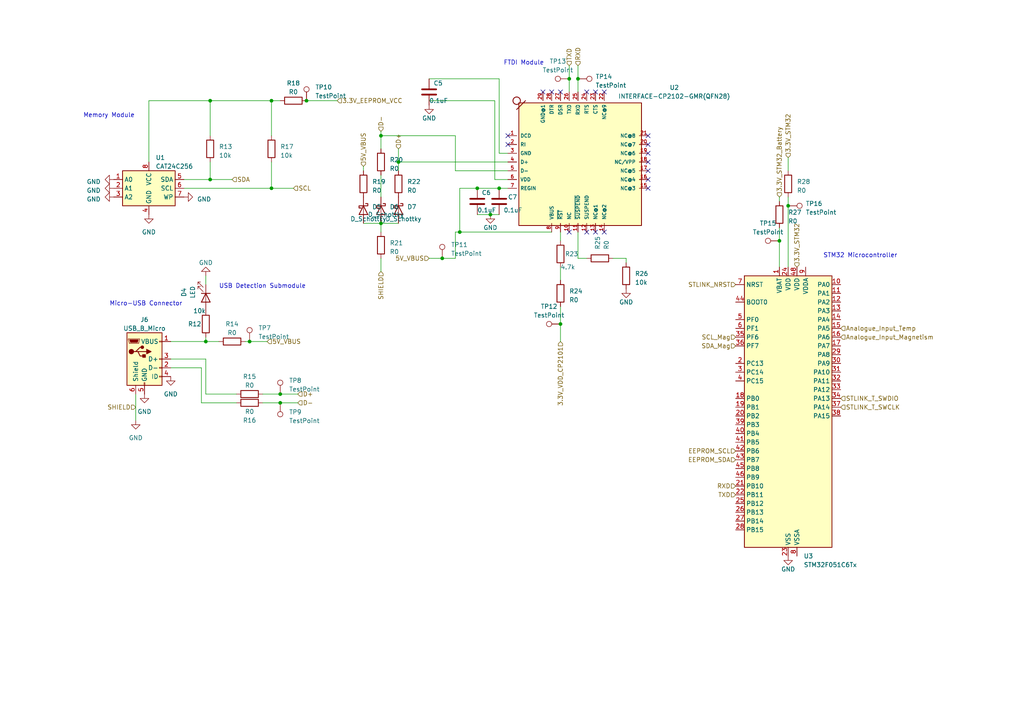
<source format=kicad_sch>
(kicad_sch (version 20230121) (generator eeschema)
  (paper "A4")
  (lib_symbols
    (symbol "Connector:TestPoint" (pin_numbers hide) (pin_names (offset 0.762) hide)
      (property "Reference" "TP" (at 0 6.858 0))
      (property "Value" "TestPoint" (at 0 5.08 0))
      (symbol "TestPoint_0_1"
        (circle (center 0 3.302) (radius 0.762))
      )
      (symbol "TestPoint_1_1"
        (pin passive line (at 0 0 90) (length 2.54) (name "1") (number "1"))
      )
    )
    (symbol "Connector:USB_B_Micro" (pin_names (offset 1.016))
      (property "Reference" "J" (at -5.08 11.43 0))
      (property "Value" "USB_B_Micro" (at -5.08 8.89 0))
      (symbol "USB_B_Micro_0_1"
        (rectangle (start -5.08 -7.62) (end 5.08 7.62) (stroke (width 0.254)) (fill (type background)))
        (circle (center -3.81 2.159) (radius 0.635) (stroke (width 0.254)) (fill (type outline)))
        (circle (center -0.635 3.429) (radius 0.381) (stroke (width 0.254)) (fill (type outline)))
        (rectangle (start -0.127 -7.62) (end 0.127 -6.858))
        (polyline (pts (xy -1.905 2.159) (xy 0.635 2.159)) (stroke (width 0.254)))
        (polyline (pts (xy -3.175 2.159) (xy -2.54 2.159) (xy -1.27 3.429) (xy -0.635 3.429)) (stroke (width 0.254)))
        (polyline (pts (xy -2.54 2.159) (xy -1.905 2.159) (xy -1.27 0.889) (xy 0 0.889)) (stroke (width 0.254)))
        (polyline (pts (xy 0.635 2.794) (xy 0.635 1.524) (xy 1.905 2.159) (xy 0.635 2.794)) (stroke (width 0.254)) (fill (type outline)))
        (polyline (pts (xy -4.318 5.588) (xy -1.778 5.588) (xy -2.032 4.826) (xy -4.064 4.826) (xy -4.318 5.588)) (fill (type outline)))
        (polyline (pts (xy -4.699 5.842) (xy -4.699 5.588) (xy -4.445 4.826) (xy -4.445 4.572) (xy -1.651 4.572) (xy -1.651 4.826) (xy -1.397 5.588) (xy -1.397 5.842) (xy -4.699 5.842)))
        (rectangle (start 0.254 1.27) (end -0.508 0.508) (stroke (width 0.254)) (fill (type outline)))
        (rectangle (start 5.08 -5.207) (end 4.318 -4.953))
        (rectangle (start 5.08 -2.667) (end 4.318 -2.413))
        (rectangle (start 5.08 -0.127) (end 4.318 0.127))
        (rectangle (start 5.08 4.953) (end 4.318 5.207))
      )
      (symbol "USB_B_Micro_1_1"
        (pin power_out line (at 7.62 5.08 180) (length 2.54) (name "VBUS") (number "1"))
        (pin bidirectional line (at 7.62 -2.54 180) (length 2.54) (name "D-") (number "2"))
        (pin bidirectional line (at 7.62 0 180) (length 2.54) (name "D+") (number "3"))
        (pin passive line (at 7.62 -5.08 180) (length 2.54) (name "ID") (number "4"))
        (pin power_out line (at 0 -10.16 90) (length 2.54) (name "GND") (number "5"))
        (pin passive line (at -2.54 -10.16 90) (length 2.54) (name "Shield") (number "6"))
      )
    )
    (symbol "Device:C" (pin_numbers hide) (pin_names (offset 0.254))
      (property "Reference" "C" (at 0.635 2.54 0))
      (property "Value" "C" (at 0.635 -2.54 0))
      (symbol "C_0_1"
        (polyline (pts (xy -2.032 -0.762) (xy 2.032 -0.762)) (stroke (width 0.508)))
        (polyline (pts (xy -2.032 0.762) (xy 2.032 0.762)) (stroke (width 0.508)))
      )
      (symbol "C_1_1"
        (pin passive line (at 0 3.81 270) (length 2.794) (name "~") (number "1"))
        (pin passive line (at 0 -3.81 90) (length 2.794) (name "~") (number "2"))
      )
    )
    (symbol "Device:D_Schottky" (pin_numbers hide) (pin_names (offset 1.016) hide)
      (property "Reference" "D" (at 0 2.54 0))
      (property "Value" "D_Schottky" (at 0 -2.54 0))
      (symbol "D_Schottky_0_1"
        (polyline (pts (xy 1.27 0) (xy -1.27 0)))
        (polyline (pts (xy 1.27 1.27) (xy 1.27 -1.27) (xy -1.27 0) (xy 1.27 1.27)) (stroke (width 0.254)))
        (polyline (pts (xy -1.905 0.635) (xy -1.905 1.27) (xy -1.27 1.27) (xy -1.27 -1.27) (xy -0.635 -1.27) (xy -0.635 -0.635)) (stroke (width 0.254)))
      )
      (symbol "D_Schottky_1_1"
        (pin passive line (at -3.81 0 0) (length 2.54) (name "K") (number "1"))
        (pin passive line (at 3.81 0 180) (length 2.54) (name "A") (number "2"))
      )
    )
    (symbol "Device:LED" (pin_numbers hide) (pin_names (offset 1.016) hide)
      (property "Reference" "D" (at 0 2.54 0))
      (property "Value" "LED" (at 0 -2.54 0))
      (symbol "LED_0_1"
        (polyline (pts (xy -1.27 -1.27) (xy -1.27 1.27)) (stroke (width 0.254)))
        (polyline (pts (xy -1.27 0) (xy 1.27 0)))
        (polyline (pts (xy 1.27 -1.27) (xy 1.27 1.27) (xy -1.27 0) (xy 1.27 -1.27)) (stroke (width 0.254)))
        (polyline (pts (xy -3.048 -0.762) (xy -4.572 -2.286) (xy -3.81 -2.286) (xy -4.572 -2.286) (xy -4.572 -1.524)))
        (polyline (pts (xy -1.778 -0.762) (xy -3.302 -2.286) (xy -2.54 -2.286) (xy -3.302 -2.286) (xy -3.302 -1.524)))
      )
      (symbol "LED_1_1"
        (pin passive line (at -3.81 0 0) (length 2.54) (name "K") (number "1"))
        (pin passive line (at 3.81 0 180) (length 2.54) (name "A") (number "2"))
      )
    )
    (symbol "Device:R" (pin_numbers hide) (pin_names (offset 0))
      (property "Reference" "R" (at 2.032 0 90))
      (property "Value" "R" (at 0 0 90))
      (symbol "R_0_1"
        (rectangle (start -1.016 -2.54) (end 1.016 2.54) (stroke (width 0.254)))
      )
      (symbol "R_1_1"
        (pin passive line (at 0 3.81 270) (length 1.27) (name "~") (number "1"))
        (pin passive line (at 0 -3.81 90) (length 1.27) (name "~") (number "2"))
      )
    )
    (symbol "INTERFACE-CP2102-GMR_QFN28_:INTERFACE-CP2102-GMR(QFN28)" (pin_names (offset 1.016))
      (property "Reference" "U" (at -17.8087 20.3528 0))
      (property "Value" "INTERFACE-CP2102-GMR(QFN28)" (at -17.7978 -17.7978 0))
      (symbol "INTERFACE-CP2102-GMR(QFN28)_0_0"
        (circle (center -17.78 17.78) (radius 1.0776) (stroke (width 0.254)))
        (rectangle (start -17.145 -18.415) (end 18.415 17.145) (stroke (width 0.254)) (fill (type background)))
        (polyline (pts (xy -17.78 15.24) (xy -15.24 17.78)) (stroke (width 0.254)))
        (pin bidirectional line (at -20.32 7.62 0) (length 2.54) (name "DCD") (number "1"))
        (pin bidirectional line (at -2.54 -20.32 90) (length 2.54) (name "NC") (number "10"))
        (pin bidirectional line (at 0 -20.32 90) (length 2.54) (name "~{SUSPEND}") (number "11"))
        (pin bidirectional line (at 2.54 -20.32 90) (length 2.54) (name "SUSPEND") (number "12"))
        (pin bidirectional line (at 5.08 -20.32 90) (length 2.54) (name "NC@1") (number "13"))
        (pin bidirectional line (at 7.62 -20.32 90) (length 2.54) (name "NC@2") (number "14"))
        (pin bidirectional line (at 20.32 -7.62 180) (length 2.54) (name "NC@3") (number "15"))
        (pin bidirectional line (at 20.32 -5.08 180) (length 2.54) (name "NC@4") (number "16"))
        (pin bidirectional line (at 20.32 -2.54 180) (length 2.54) (name "NC@5") (number "17"))
        (pin bidirectional line (at 20.32 0 180) (length 2.54) (name "NC/VPP") (number "18"))
        (pin bidirectional line (at 20.32 2.54 180) (length 2.54) (name "NC@6") (number "19"))
        (pin bidirectional line (at -20.32 5.08 0) (length 2.54) (name "RI") (number "2"))
        (pin bidirectional line (at 20.32 5.08 180) (length 2.54) (name "NC@7") (number "20"))
        (pin bidirectional line (at 20.32 7.62 180) (length 2.54) (name "NC@8") (number "21"))
        (pin bidirectional line (at 7.62 20.32 270) (length 2.54) (name "NC@9") (number "22"))
        (pin bidirectional line (at 5.08 20.32 270) (length 2.54) (name "CTS") (number "23"))
        (pin bidirectional line (at 2.54 20.32 270) (length 2.54) (name "RTS") (number "24"))
        (pin bidirectional line (at 0 20.32 270) (length 2.54) (name "RXD") (number "25"))
        (pin bidirectional line (at -2.54 20.32 270) (length 2.54) (name "TXD") (number "26"))
        (pin bidirectional line (at -5.08 20.32 270) (length 2.54) (name "DSR") (number "27"))
        (pin bidirectional line (at -7.62 20.32 270) (length 2.54) (name "DTR") (number "28"))
        (pin bidirectional line (at -10.16 20.32 270) (length 2.54) (name "GND@1") (number "29"))
        (pin bidirectional line (at -20.32 2.54 0) (length 2.54) (name "GND") (number "3"))
        (pin bidirectional line (at -20.32 0 0) (length 2.54) (name "D+") (number "4"))
        (pin bidirectional line (at -20.32 -2.54 0) (length 2.54) (name "D-") (number "5"))
        (pin bidirectional line (at -20.32 -5.08 0) (length 2.54) (name "VDD") (number "6"))
        (pin bidirectional line (at -20.32 -7.62 0) (length 2.54) (name "REGIN") (number "7"))
        (pin bidirectional line (at -7.62 -20.32 90) (length 2.54) (name "VBUS") (number "8"))
        (pin bidirectional line (at -5.08 -20.32 90) (length 2.54) (name "~{RST}") (number "9"))
      )
    )
    (symbol "MCU_ST_STM32F0:STM32F051C6Tx"
      (property "Reference" "U" (at -12.7 41.91 0))
      (property "Value" "STM32F051C6Tx" (at 7.62 41.91 0))
      (symbol "STM32F051C6Tx_0_1"
        (rectangle (start -12.7 -38.1) (end 12.7 40.64) (stroke (width 0.254)) (fill (type background)))
      )
      (symbol "STM32F051C6Tx_1_1"
        (pin power_in line (at -2.54 43.18 270) (length 2.54) (name "VBAT") (number "1"))
        (pin bidirectional line (at 15.24 38.1 180) (length 2.54) (name "PA0") (number "10"))
        (pin bidirectional line (at 15.24 35.56 180) (length 2.54) (name "PA1") (number "11"))
        (pin bidirectional line (at 15.24 33.02 180) (length 2.54) (name "PA2") (number "12"))
        (pin bidirectional line (at 15.24 30.48 180) (length 2.54) (name "PA3") (number "13"))
        (pin bidirectional line (at 15.24 27.94 180) (length 2.54) (name "PA4") (number "14"))
        (pin bidirectional line (at 15.24 25.4 180) (length 2.54) (name "PA5") (number "15"))
        (pin bidirectional line (at 15.24 22.86 180) (length 2.54) (name "PA6") (number "16"))
        (pin bidirectional line (at 15.24 20.32 180) (length 2.54) (name "PA7") (number "17"))
        (pin bidirectional line (at -15.24 5.08 0) (length 2.54) (name "PB0") (number "18"))
        (pin bidirectional line (at -15.24 2.54 0) (length 2.54) (name "PB1") (number "19"))
        (pin bidirectional line (at -15.24 15.24 0) (length 2.54) (name "PC13") (number "2"))
        (pin bidirectional line (at -15.24 0 0) (length 2.54) (name "PB2") (number "20"))
        (pin bidirectional line (at -15.24 -20.32 0) (length 2.54) (name "PB10") (number "21"))
        (pin bidirectional line (at -15.24 -22.86 0) (length 2.54) (name "PB11") (number "22"))
        (pin power_in line (at 0 -40.64 90) (length 2.54) (name "VSS") (number "23"))
        (pin power_in line (at 0 43.18 270) (length 2.54) (name "VDD") (number "24"))
        (pin bidirectional line (at -15.24 -25.4 0) (length 2.54) (name "PB12") (number "25"))
        (pin bidirectional line (at -15.24 -27.94 0) (length 2.54) (name "PB13") (number "26"))
        (pin bidirectional line (at -15.24 -30.48 0) (length 2.54) (name "PB14") (number "27"))
        (pin bidirectional line (at -15.24 -33.02 0) (length 2.54) (name "PB15") (number "28"))
        (pin bidirectional line (at 15.24 17.78 180) (length 2.54) (name "PA8") (number "29"))
        (pin bidirectional line (at -15.24 12.7 0) (length 2.54) (name "PC14") (number "3"))
        (pin bidirectional line (at 15.24 15.24 180) (length 2.54) (name "PA9") (number "30"))
        (pin bidirectional line (at 15.24 12.7 180) (length 2.54) (name "PA10") (number "31"))
        (pin bidirectional line (at 15.24 10.16 180) (length 2.54) (name "PA11") (number "32"))
        (pin bidirectional line (at 15.24 7.62 180) (length 2.54) (name "PA12") (number "33"))
        (pin bidirectional line (at 15.24 5.08 180) (length 2.54) (name "PA13") (number "34"))
        (pin bidirectional line (at -15.24 22.86 0) (length 2.54) (name "PF6") (number "35"))
        (pin bidirectional line (at -15.24 20.32 0) (length 2.54) (name "PF7") (number "36"))
        (pin bidirectional line (at 15.24 2.54 180) (length 2.54) (name "PA14") (number "37"))
        (pin bidirectional line (at 15.24 0 180) (length 2.54) (name "PA15") (number "38"))
        (pin bidirectional line (at -15.24 -2.54 0) (length 2.54) (name "PB3") (number "39"))
        (pin bidirectional line (at -15.24 10.16 0) (length 2.54) (name "PC15") (number "4"))
        (pin bidirectional line (at -15.24 -5.08 0) (length 2.54) (name "PB4") (number "40"))
        (pin bidirectional line (at -15.24 -7.62 0) (length 2.54) (name "PB5") (number "41"))
        (pin bidirectional line (at -15.24 -10.16 0) (length 2.54) (name "PB6") (number "42"))
        (pin bidirectional line (at -15.24 -12.7 0) (length 2.54) (name "PB7") (number "43"))
        (pin input line (at -15.24 33.02 0) (length 2.54) (name "BOOT0") (number "44"))
        (pin bidirectional line (at -15.24 -15.24 0) (length 2.54) (name "PB8") (number "45"))
        (pin bidirectional line (at -15.24 -17.78 0) (length 2.54) (name "PB9") (number "46"))
        (pin passive line (at 0 -40.64 90) (length 2.54) hide (name "VSS") (number "47"))
        (pin power_in line (at 2.54 43.18 270) (length 2.54) (name "VDD") (number "48"))
        (pin bidirectional line (at -15.24 27.94 0) (length 2.54) (name "PF0") (number "5"))
        (pin bidirectional line (at -15.24 25.4 0) (length 2.54) (name "PF1") (number "6"))
        (pin input line (at -15.24 38.1 0) (length 2.54) (name "NRST") (number "7"))
        (pin power_in line (at 2.54 -40.64 90) (length 2.54) (name "VSSA") (number "8"))
        (pin power_in line (at 5.08 43.18 270) (length 2.54) (name "VDDA") (number "9"))
      )
    )
    (symbol "Memory_EEPROM:CAT24C256"
      (property "Reference" "U" (at -6.35 6.35 0))
      (property "Value" "CAT24C256" (at 1.27 6.35 0))
      (symbol "CAT24C256_1_1"
        (rectangle (start -7.62 5.08) (end 7.62 -5.08) (stroke (width 0.254)) (fill (type background)))
        (pin input line (at -10.16 2.54 0) (length 2.54) (name "A0") (number "1"))
        (pin input line (at -10.16 0 0) (length 2.54) (name "A1") (number "2"))
        (pin input line (at -10.16 -2.54 0) (length 2.54) (name "A2") (number "3"))
        (pin power_in line (at 0 -7.62 90) (length 2.54) (name "GND") (number "4"))
        (pin bidirectional line (at 10.16 2.54 180) (length 2.54) (name "SDA") (number "5"))
        (pin input line (at 10.16 0 180) (length 2.54) (name "SCL") (number "6"))
        (pin input line (at 10.16 -2.54 180) (length 2.54) (name "WP") (number "7"))
        (pin power_in line (at 0 7.62 270) (length 2.54) (name "VCC") (number "8"))
      )
    )
    (symbol "power:GND" (power) (pin_names (offset 0))
      (property "Value" "GND" (at 0 -3.81 0))
      (symbol "GND_0_1"
        (polyline (pts (xy 0 0) (xy 0 -1.27) (xy 1.27 -1.27) (xy 0 -2.54) (xy -1.27 -1.27) (xy 0 -1.27)))
      )
      (symbol "GND_1_1"
        (pin power_in line (at 0 0 270) (length 0) hide (name "GND") (number "1"))
      )
    )
  )
  (junction (at 144.78 54.61))
  (junction (at 133.35 67.31))
  (junction (at 128.27 74.93))
  (junction (at 162.56 93.98))
  (junction (at 138.43 54.61))
  (junction (at 226.06 69.85))
  (junction (at 110.49 64.77))
  (junction (at 167.64 22.86))
  (junction (at 78.74 29.21))
  (junction (at 60.96 52.07))
  (junction (at 81.28 116.84))
  (junction (at 72.39 99.06))
  (junction (at 78.74 54.61))
  (junction (at 81.28 114.3))
  (junction (at 110.49 39.37))
  (junction (at 228.6 59.69))
  (junction (at 59.69 99.06))
  (junction (at 115.57 46.99))
  (junction (at 165.1 22.86))
  (junction (at 142.24 62.23))
  (junction (at 60.96 29.21))
  (junction (at 88.9 29.21))
  (no_connect (at 175.26 26.67))
  (no_connect (at 175.26 67.31))
  (no_connect (at 187.96 54.61))
  (no_connect (at 187.96 41.91))
  (no_connect (at 160.02 26.67))
  (no_connect (at 187.96 52.07))
  (no_connect (at 147.32 41.91))
  (no_connect (at 172.72 67.31))
  (no_connect (at 187.96 46.99))
  (no_connect (at 162.56 26.67))
  (no_connect (at 187.96 44.45))
  (no_connect (at 157.48 26.67))
  (no_connect (at 147.32 39.37))
  (no_connect (at 165.1 67.31))
  (no_connect (at 172.72 26.67))
  (no_connect (at 170.18 67.31))
  (no_connect (at 187.96 49.53))
  (no_connect (at 170.18 26.67))
  (no_connect (at 187.96 39.37))
  (wire (pts (xy 110.49 39.37) (xy 110.49 43.18)))
  (wire (pts (xy 124.46 74.93) (xy 128.27 74.93)))
  (wire (pts (xy 110.49 50.8) (xy 110.49 57.15)))
  (wire (pts (xy 72.39 99.06) (xy 77.47 99.06)))
  (wire (pts (xy 124.46 29.21) (xy 143.51 29.21)))
  (wire (pts (xy 128.27 74.93) (xy 132.08 74.93)))
  (wire (pts (xy 110.49 38.1) (xy 110.49 39.37)))
  (wire (pts (xy 132.08 67.31) (xy 133.35 67.31)))
  (wire (pts (xy 226.06 69.85) (xy 226.06 77.47)))
  (wire (pts (xy 147.32 44.45) (xy 144.78 44.45)))
  (wire (pts (xy 142.24 62.23) (xy 144.78 62.23)))
  (wire (pts (xy 110.49 64.77) (xy 115.57 64.77)))
  (wire (pts (xy 167.64 22.86) (xy 167.64 26.67)))
  (wire (pts (xy 110.49 74.93) (xy 110.49 78.74)))
  (wire (pts (xy 170.18 74.93) (xy 167.64 74.93)))
  (wire (pts (xy 143.51 52.07) (xy 147.32 52.07)))
  (wire (pts (xy 228.6 45.72) (xy 228.6 49.53)))
  (wire (pts (xy 59.69 80.01) (xy 59.69 82.55)))
  (wire (pts (xy 124.46 22.86) (xy 144.78 22.86)))
  (wire (pts (xy 53.34 52.07) (xy 60.96 52.07)))
  (wire (pts (xy 49.53 99.06) (xy 59.69 99.06)))
  (wire (pts (xy 115.57 43.18) (xy 115.57 46.99)))
  (wire (pts (xy 167.64 19.05) (xy 167.64 22.86)))
  (wire (pts (xy 147.32 46.99) (xy 115.57 46.99)))
  (wire (pts (xy 228.6 57.15) (xy 228.6 59.69)))
  (wire (pts (xy 147.32 49.53) (xy 132.08 49.53)))
  (wire (pts (xy 226.06 66.04) (xy 226.06 69.85)))
  (wire (pts (xy 59.69 99.06) (xy 63.5 99.06)))
  (wire (pts (xy 78.74 29.21) (xy 78.74 39.37)))
  (wire (pts (xy 78.74 29.21) (xy 60.96 29.21)))
  (wire (pts (xy 59.69 114.3) (xy 59.69 104.14)))
  (wire (pts (xy 147.32 54.61) (xy 144.78 54.61)))
  (wire (pts (xy 78.74 46.99) (xy 78.74 54.61)))
  (wire (pts (xy 105.41 49.53) (xy 105.41 48.26)))
  (wire (pts (xy 39.37 121.92) (xy 39.37 114.3)))
  (wire (pts (xy 60.96 29.21) (xy 43.18 29.21)))
  (wire (pts (xy 133.35 67.31) (xy 160.02 67.31)))
  (wire (pts (xy 110.49 64.77) (xy 110.49 67.31)))
  (wire (pts (xy 167.64 74.93) (xy 167.64 67.31)))
  (wire (pts (xy 53.34 54.61) (xy 78.74 54.61)))
  (wire (pts (xy 58.42 106.68) (xy 49.53 106.68)))
  (wire (pts (xy 81.28 116.84) (xy 86.36 116.84)))
  (wire (pts (xy 81.28 114.3) (xy 86.36 114.3)))
  (wire (pts (xy 144.78 44.45) (xy 144.78 22.86)))
  (wire (pts (xy 78.74 54.61) (xy 85.09 54.61)))
  (wire (pts (xy 181.61 74.93) (xy 177.8 74.93)))
  (wire (pts (xy 133.35 54.61) (xy 133.35 67.31)))
  (wire (pts (xy 60.96 29.21) (xy 60.96 39.37)))
  (wire (pts (xy 143.51 29.21) (xy 143.51 52.07)))
  (wire (pts (xy 138.43 54.61) (xy 133.35 54.61)))
  (wire (pts (xy 71.12 99.06) (xy 72.39 99.06)))
  (wire (pts (xy 43.18 29.21) (xy 43.18 46.99)))
  (wire (pts (xy 162.56 67.31) (xy 162.56 69.85)))
  (wire (pts (xy 132.08 49.53) (xy 132.08 39.37)))
  (wire (pts (xy 162.56 93.98) (xy 162.56 88.9)))
  (wire (pts (xy 81.28 29.21) (xy 78.74 29.21)))
  (wire (pts (xy 132.08 39.37) (xy 110.49 39.37)))
  (wire (pts (xy 76.2 114.3) (xy 81.28 114.3)))
  (wire (pts (xy 97.79 29.21) (xy 88.9 29.21)))
  (wire (pts (xy 105.41 64.77) (xy 110.49 64.77)))
  (wire (pts (xy 228.6 59.69) (xy 228.6 77.47)))
  (wire (pts (xy 144.78 54.61) (xy 138.43 54.61)))
  (wire (pts (xy 59.69 97.79) (xy 59.69 99.06)))
  (wire (pts (xy 60.96 46.99) (xy 60.96 52.07)))
  (wire (pts (xy 162.56 81.28) (xy 162.56 77.47)))
  (wire (pts (xy 59.69 114.3) (xy 68.58 114.3)))
  (wire (pts (xy 162.56 99.06) (xy 162.56 93.98)))
  (wire (pts (xy 165.1 22.86) (xy 165.1 26.67)))
  (wire (pts (xy 226.06 57.15) (xy 226.06 58.42)))
  (wire (pts (xy 138.43 62.23) (xy 142.24 62.23)))
  (wire (pts (xy 58.42 116.84) (xy 58.42 106.68)))
  (wire (pts (xy 115.57 46.99) (xy 115.57 49.53)))
  (wire (pts (xy 132.08 74.93) (xy 132.08 67.31)))
  (wire (pts (xy 59.69 104.14) (xy 49.53 104.14)))
  (wire (pts (xy 60.96 52.07) (xy 67.31 52.07)))
  (wire (pts (xy 58.42 116.84) (xy 68.58 116.84)))
  (wire (pts (xy 181.61 76.2) (xy 181.61 74.93)))
  (wire (pts (xy 76.2 116.84) (xy 81.28 116.84)))
  (wire (pts (xy 165.1 19.05) (xy 165.1 22.86)))
  (text "STM32 Microcontroller" (at 238.76 74.93 0) (effects (font (size 1.27 1.27)) (justify left bottom)))
  (text "Micro-USB Connector" (at 31.75 88.9 0) (effects (font (size 1.27 1.27)) (justify left bottom)))
  (text "USB Detection Submodule" (at 63.5 83.82 0) (effects (font (size 1.27 1.27)) (justify left bottom)))
  (text "FTDI Module" (at 146.05 19.05 0) (effects (font (size 1.27 1.27)) (justify left bottom)))
  (text "Memory Module" (at 24.13 34.29 0) (effects (font (size 1.27 1.27)) (justify left bottom)))
  (hierarchical_label "D+" (shape input) (at 115.57 43.18 90))
  (hierarchical_label "STLINK_T_SWCLK" (shape input) (at 243.84 118.11 0))
  (hierarchical_label "Analogue_Input_Magnetism" (shape input) (at 243.84 97.79 0))
  (hierarchical_label "SCL" (shape input) (at 85.09 54.61 0))
  (hierarchical_label "3.3V_STM32" (shape input) (at 228.6 45.72 90))
  (hierarchical_label "3.3V_STM32" (shape input) (at 231.14 77.47 90))
  (hierarchical_label "5V_VBUS" (shape input) (at 105.41 48.26 90))
  (hierarchical_label "SHIELD" (shape input) (at 39.37 118.11 180))
  (hierarchical_label "STLINK_T_SWDIO" (shape input) (at 243.84 115.57 0))
  (hierarchical_label "SDA_Mag" (shape input) (at 213.36 100.33 180))
  (hierarchical_label "Analogue_Input_Temp" (shape input) (at 243.84 95.25 0))
  (hierarchical_label "RXD" (shape input) (at 213.36 140.97 180))
  (hierarchical_label "EEPROM_SDA" (shape input) (at 213.36 133.35 180))
  (hierarchical_label "SDA" (shape input) (at 67.31 52.07 0))
  (hierarchical_label "EEPROM_SCL" (shape input) (at 213.36 130.81 180))
  (hierarchical_label "5V_VBUS" (shape input) (at 124.46 74.93 180))
  (hierarchical_label "RXD" (shape input) (at 167.64 19.05 90))
  (hierarchical_label "5V_VBUS" (shape input) (at 77.47 99.06 0))
  (hierarchical_label "STLINK_NRST" (shape input) (at 213.36 82.55 180))
  (hierarchical_label "TXD" (shape input) (at 213.36 143.51 180))
  (hierarchical_label "D-" (shape input) (at 86.36 116.84 0))
  (hierarchical_label "SCL_Mag" (shape input) (at 213.36 97.79 180))
  (hierarchical_label "3.3V_EEPROM_VCC" (shape input) (at 97.79 29.21 0))
  (hierarchical_label "D-" (shape input) (at 110.49 38.1 90))
  (hierarchical_label "TXD" (shape input) (at 165.1 19.05 90))
  (hierarchical_label "D+" (shape input) (at 86.36 114.3 0))
  (hierarchical_label "3.3V_STM32_Battery" (shape input) (at 226.06 57.15 90))
  (hierarchical_label "3.3V_VDD_CP2101" (shape input) (at 162.56 99.06 270))
  (hierarchical_label "SHIELD" (shape input) (at 110.49 78.74 270))
  (symbol (lib_id "Device:R") (at 60.96 43.18 0) (unit 1)
    (property "Reference" "R13" (at 63.5 42.545 0) (effects (justify left)))
    (property "Value" "10k" (at 63.5 45.085 0) (effects (justify left)))
    (property "LCSC" "C17902" (effects hide))
    (instances (project "EEE3088F_Kicad" (path "" (reference "R13") (unit 1))) (project "Mircocontroller Interface" (path "" (reference "R1") (unit 1))))
  )
  (symbol (lib_id "Connector:TestPoint") (at 226.06 69.85 90) (unit 1)
    (property "Reference" "TP15" (at 222.758 64.77 90))
    (property "Value" "TestPoint" (at 222.758 67.31 90))
    (instances (project "EEE3088F_Kicad" (path "" (reference "TP15") (unit 1))) (project "Mircocontroller Interface" (path "" (reference "TP5") (unit 1))))
  )
  (symbol (lib_id "power:GND") (at 181.61 83.82 0) (unit 1)
    (property "Reference" "#PWR018" (effects hide))
    (property "Value" "GND" (at 181.61 87.63 0))
    (instances (project "EEE3088F_Kicad" (path "" (reference "#PWR018") (unit 1))) (project "Mircocontroller Interface" (path "" (reference "#PWR015") (unit 1))))
  )
  (symbol (lib_id "Device:R") (at 85.09 29.21 90) (unit 1)
    (property "Reference" "R18" (at 85.09 24.13 90))
    (property "Value" "R0" (at 85.09 26.67 90))
    (property "LCSC" "C17888" (effects hide))
    (instances (project "EEE3088F_Kicad" (path "" (reference "R18") (unit 1))) (project "Mircocontroller Interface" (path "" (reference "R7") (unit 1))))
  )
  (symbol (lib_id "power:GND") (at 33.02 52.07 270) (unit 1)
    (property "Reference" "#PWR07" (effects hide))
    (property "Value" "GND" (at 29.21 52.705 90) (effects (justify right)))
    (instances (project "EEE3088F_Kicad" (path "" (reference "#PWR07") (unit 1))) (project "Mircocontroller Interface" (path "" (reference "#PWR02") (unit 1))))
  )
  (symbol (lib_id "power:GND") (at 228.6 161.29 0) (unit 1)
    (property "Reference" "#PWR019" (effects hide))
    (property "Value" "GND" (at 228.6 165.1 0))
    (instances (project "EEE3088F_Kicad" (path "" (reference "#PWR019") (unit 1))) (project "Mircocontroller Interface" (path "" (reference "#PWR018") (unit 1))))
  )
  (symbol (lib_id "Connector:TestPoint") (at 88.9 29.21 0) (unit 1)
    (property "Reference" "TP10" (at 91.44 25.273 0) (effects (justify left)))
    (property "Value" "TestPoint" (at 91.44 27.813 0) (effects (justify left)))
    (instances (project "EEE3088F_Kicad" (path "" (reference "TP10") (unit 1))) (project "Mircocontroller Interface" (path "" (reference "TP2") (unit 1))))
  )
  (symbol (lib_id "Device:R") (at 110.49 71.12 180) (unit 1)
    (property "Reference" "R21" (at 113.03 70.485 0) (effects (justify right)))
    (property "Value" "R0" (at 113.03 73.025 0) (effects (justify right)))
    (property "LCSC" "C17888" (effects hide))
    (instances (project "EEE3088F_Kicad" (path "" (reference "R21") (unit 1))) (project "Mircocontroller Interface" (path "" (reference "R12") (unit 1))))
  )
  (symbol (lib_id "Device:D_Schottky") (at 105.41 60.96 270) (unit 1)
    (property "Reference" "D5" (at 107.95 60.0075 90) (effects (justify left)))
    (property "Value" "D_Schottky" (at 101.6 63.5 90) (effects (justify left)))
    (property "LCSC" "C7074" (effects hide))
    (instances (project "EEE3088F_Kicad" (path "" (reference "D5") (unit 1))) (project "Mircocontroller Interface" (path "" (reference "D1") (unit 1))))
  )
  (symbol (lib_id "Device:C") (at 144.78 58.42 0) (unit 1)
    (property "Reference" "C7" (at 147.32 57.15 0) (effects (justify left)))
    (property "Value" "0.1uF" (at 146.05 60.96 0) (effects (justify left)))
    (property "LCSC" "C24497" (effects hide))
    (instances (project "EEE3088F_Kicad" (path "" (reference "C7") (unit 1))) (project "Mircocontroller Interface" (path "" (reference "C1") (unit 1))))
  )
  (symbol (lib_id "power:GND") (at 59.69 80.01 180) (unit 1)
    (property "Reference" "#PWR015" (effects hide))
    (property "Value" "GND" (at 59.69 76.2 0))
    (instances (project "EEE3088F_Kicad" (path "" (reference "#PWR015") (unit 1))) (project "Mircocontroller Interface" (path "" (reference "#PWR019") (unit 1))))
  )
  (symbol (lib_id "Connector:TestPoint") (at 81.28 116.84 180) (unit 1)
    (property "Reference" "TP9" (at 83.82 119.507 0) (effects (justify right)))
    (property "Value" "TestPoint" (at 83.82 122.047 0) (effects (justify right)))
    (instances (project "EEE3088F_Kicad" (path "" (reference "TP9") (unit 1))) (project "Mircocontroller Interface" (path "" (reference "TP8") (unit 1))))
  )
  (symbol (lib_id "Device:R") (at 72.39 114.3 90) (unit 1)
    (property "Reference" "R15" (at 72.39 109.22 90))
    (property "Value" "R0" (at 72.39 111.76 90))
    (property "LCSC" "C17888" (effects hide))
    (instances (project "EEE3088F_Kicad" (path "" (reference "R15") (unit 1))) (project "Mircocontroller Interface" (path "" (reference "R13") (unit 1))))
  )
  (symbol (lib_id "Device:R") (at 226.06 62.23 180) (unit 1)
    (property "Reference" "R27" (at 228.6 61.595 0) (effects (justify right)))
    (property "Value" "R0" (at 228.6 64.135 0) (effects (justify right)))
    (property "LCSC" "C17888" (effects hide))
    (instances (project "EEE3088F_Kicad" (path "" (reference "R27") (unit 1))) (project "Mircocontroller Interface" (path "" (reference "R16") (unit 1))))
  )
  (symbol (lib_id "Connector:TestPoint") (at 167.64 22.86 270) (unit 1)
    (property "Reference" "TP14" (at 172.72 22.225 90) (effects (justify left)))
    (property "Value" "TestPoint" (at 172.72 24.765 90) (effects (justify left)))
    (instances (project "EEE3088F_Kicad" (path "" (reference "TP14") (unit 1))) (project "Mircocontroller Interface" (path "" (reference "TP9") (unit 1))))
  )
  (symbol (lib_id "Device:R") (at 173.99 74.93 270) (unit 1)
    (property "Reference" "R25" (at 173.355 72.39 0) (effects (justify right)))
    (property "Value" "R0" (at 175.895 72.39 0) (effects (justify right)))
    (property "LCSC" "C17888" (effects hide))
    (instances (project "EEE3088F_Kicad" (path "" (reference "R25") (unit 1))) (project "Mircocontroller Interface" (path "" (reference "R15") (unit 1))))
  )
  (symbol (lib_id "Device:R") (at 59.69 93.98 0) (unit 1)
    (property "Reference" "R12" (at 58.42 93.98 0) (effects (justify right)))
    (property "Value" "10k" (at 59.69 90.17 0) (effects (justify right)))
    (property "LCSC" "C17902" (effects hide))
    (instances (project "EEE3088F_Kicad" (path "" (reference "R12") (unit 1))) (project "Mircocontroller Interface" (path "" (reference "R5") (unit 1))))
  )
  (symbol (lib_id "Device:D_Schottky") (at 115.57 60.96 270) (unit 1)
    (property "Reference" "D7" (at 118.11 60.0075 90) (effects (justify left)))
    (property "Value" "D_Schottky" (at 111.76 63.5 90) (effects (justify left)))
    (property "LCSC" "C7074" (effects hide))
    (instances (project "EEE3088F_Kicad" (path "" (reference "D7") (unit 1))) (project "Mircocontroller Interface" (path "" (reference "D3") (unit 1))))
  )
  (symbol (lib_id "Memory_EEPROM:CAT24C256") (at 43.18 54.61 0) (unit 1)
    (property "Reference" "U1" (at 45.1359 45.72 0) (effects (justify left)))
    (property "Value" "CAT24C256" (at 45.1359 48.26 0) (effects (justify left)))
    (property "Footprint" "EEPROM:SOIC127P600X175-8N" (effects hide))
    (property "Datasheet" "https://www.onsemi.cn/PowerSolutions/document/CAT24C256-D.PDF" (effects hide))
    (property "LCSC" "C6482" (effects hide))
  )
  (symbol (lib_id "Connector:TestPoint") (at 165.1 22.86 90) (unit 1)
    (property "Reference" "TP13" (at 161.798 17.78 90))
    (property "Value" "TestPoint" (at 161.798 20.32 90))
    (instances (project "EEE3088F_Kicad" (path "" (reference "TP13") (unit 1))) (project "Mircocontroller Interface" (path "" (reference "TP10") (unit 1))))
  )
  (symbol (lib_id "power:GND") (at 124.46 30.48 0) (unit 1)
    (property "Reference" "#PWR016" (effects hide))
    (property "Value" "GND" (at 124.46 34.29 0))
    (instances (project "EEE3088F_Kicad" (path "" (reference "#PWR016") (unit 1))) (project "Mircocontroller Interface" (path "" (reference "#PWR017") (unit 1))))
  )
  (symbol (lib_id "Device:R") (at 228.6 53.34 180) (unit 1)
    (property "Reference" "R28" (at 231.14 52.705 0) (effects (justify right)))
    (property "Value" "R0" (at 231.14 55.245 0) (effects (justify right)))
    (property "LCSC" "C17888" (effects hide))
    (instances (project "EEE3088F_Kicad" (path "" (reference "R28") (unit 1))) (project "Mircocontroller Interface" (path "" (reference "R17") (unit 1))))
  )
  (symbol (lib_id "Device:R") (at 72.39 116.84 90) (unit 1)
    (property "Reference" "R16" (at 72.39 121.92 90))
    (property "Value" "R0" (at 72.39 119.38 90))
    (property "LCSC" "C17888" (effects hide))
    (instances (project "EEE3088F_Kicad" (path "" (reference "R16") (unit 1))) (project "Mircocontroller Interface" (path "" (reference "R14") (unit 1))))
  )
  (symbol (lib_id "Connector:TestPoint") (at 81.28 114.3 0) (unit 1)
    (property "Reference" "TP8" (at 83.82 110.363 0) (effects (justify left)))
    (property "Value" "TestPoint" (at 83.82 112.903 0) (effects (justify left)))
    (instances (project "EEE3088F_Kicad" (path "" (reference "TP8") (unit 1))) (project "Mircocontroller Interface" (path "" (reference "TP7") (unit 1))))
  )
  (symbol (lib_id "power:GND") (at 33.02 57.15 270) (unit 1)
    (property "Reference" "#PWR09" (effects hide))
    (property "Value" "GND" (at 29.21 57.785 90) (effects (justify right)))
    (instances (project "EEE3088F_Kicad" (path "" (reference "#PWR09") (unit 1))) (project "Mircocontroller Interface" (path "" (reference "#PWR04") (unit 1))))
  )
  (symbol (lib_id "Connector:TestPoint") (at 128.27 74.93 0) (unit 1)
    (property "Reference" "TP11" (at 130.81 70.993 0) (effects (justify left)))
    (property "Value" "TestPoint" (at 130.81 73.533 0) (effects (justify left)))
    (instances (project "EEE3088F_Kicad" (path "" (reference "TP11") (unit 1))) (project "Mircocontroller Interface" (path "" (reference "TP3") (unit 1))))
  )
  (symbol (lib_id "Device:C") (at 138.43 58.42 0) (unit 1)
    (property "Reference" "C6" (at 139.7 55.88 0) (effects (justify left)))
    (property "Value" "0.1uF" (at 138.43 60.96 0) (effects (justify left)))
    (property "LCSC" "C24497" (effects hide))
    (instances (project "EEE3088F_Kicad" (path "" (reference "C6") (unit 1))) (project "Mircocontroller Interface" (path "" (reference "C2") (unit 1))))
  )
  (symbol (lib_id "Device:D_Schottky") (at 110.49 60.96 270) (unit 1)
    (property "Reference" "D6" (at 113.03 60.0075 90) (effects (justify left)))
    (property "Value" "D_Schottky" (at 106.68 62.23 90) (effects (justify left)))
    (property "LCSC" "C7074" (effects hide))
    (instances (project "EEE3088F_Kicad" (path "" (reference "D6") (unit 1))) (project "Mircocontroller Interface" (path "" (reference "D2") (unit 1))))
  )
  (symbol (lib_id "power:GND") (at 33.02 54.61 270) (unit 1)
    (property "Reference" "#PWR08" (effects hide))
    (property "Value" "GND" (at 29.21 55.245 90) (effects (justify right)))
    (instances (project "EEE3088F_Kicad" (path "" (reference "#PWR08") (unit 1))) (project "Mircocontroller Interface" (path "" (reference "#PWR03") (unit 1))))
  )
  (symbol (lib_id "power:GND") (at 43.18 62.23 0) (unit 1)
    (property "Reference" "#PWR012" (effects hide))
    (property "Value" "GND" (at 43.18 67.31 0))
    (instances (project "EEE3088F_Kicad" (path "" (reference "#PWR012") (unit 1))) (project "Mircocontroller Interface" (path "" (reference "#PWR01") (unit 1))))
  )
  (symbol (lib_id "Device:R") (at 67.31 99.06 90) (unit 1)
    (property "Reference" "R14" (at 67.31 93.98 90))
    (property "Value" "R0" (at 67.31 96.52 90))
    (property "LCSC" "C17888" (effects hide))
    (instances (project "EEE3088F_Kicad" (path "" (reference "R14") (unit 1))) (project "Mircocontroller Interface" (path "" (reference "R6") (unit 1))))
  )
  (symbol (lib_id "INTERFACE-CP2102-GMR_QFN28_:INTERFACE-CP2102-GMR(QFN28)") (at 167.64 46.99 0) (unit 1)
    (property "Reference" "U2" (at 195.58 25.4 0))
    (property "Value" "INTERFACE-CP2102-GMR(QFN28)" (at 195.58 27.94 0))
    (property "Footprint" "USB UART Chip:QFN28G_0.5-5X5MM" (effects hide))
    (property "MPN" "CP2102-GMR" (effects hide))
    (property "LCSC" "C6568" (effects hide))
    (instances (project "EEE3088F_Kicad" (path "" (reference "U2") (unit 1))) (project "Mircocontroller Interface" (path "" (reference "U3") (unit 1))))
  )
  (symbol (lib_id "power:GND") (at 142.24 62.23 0) (unit 1)
    (property "Reference" "#PWR017" (effects hide))
    (property "Value" "GND" (at 142.24 66.04 0))
    (instances (project "EEE3088F_Kicad" (path "" (reference "#PWR017") (unit 1))) (project "Mircocontroller Interface" (path "" (reference "#PWR016") (unit 1))))
  )
  (symbol (lib_id "Device:R") (at 115.57 53.34 180) (unit 1)
    (property "Reference" "R22" (at 118.11 52.705 0) (effects (justify right)))
    (property "Value" "R0" (at 118.11 55.245 0) (effects (justify right)))
    (property "LCSC" "C17888" (effects hide))
    (instances (project "EEE3088F_Kicad" (path "" (reference "R22") (unit 1))) (project "Mircocontroller Interface" (path "" (reference "R11") (unit 1))))
  )
  (symbol (lib_id "Connector:TestPoint") (at 162.56 93.98 90) (unit 1)
    (property "Reference" "TP12" (at 159.258 88.9 90))
    (property "Value" "TestPoint" (at 159.258 91.44 90))
    (instances (project "EEE3088F_Kicad" (path "" (reference "TP12") (unit 1))) (project "Mircocontroller Interface" (path "" (reference "TP4") (unit 1))))
  )
  (symbol (lib_id "Device:LED") (at 59.69 86.36 270) (unit 1)
    (property "Reference" "D4" (at 53.34 84.7725 0))
    (property "Value" "LED" (at 55.88 84.7725 0))
    (property "LCSC" "C2296" (effects hide))
  )
  (symbol (lib_id "power:GND") (at 41.91 114.3 0) (unit 1)
    (property "Reference" "#PWR011" (effects hide))
    (property "Value" "GND" (at 41.91 119.38 0))
    (instances (project "EEE3088F_Kicad" (path "" (reference "#PWR011") (unit 1))) (project "Mircocontroller Interface" (path "" (reference "#PWR07") (unit 1))))
  )
  (symbol (lib_id "Connector:TestPoint") (at 228.6 59.69 270) (unit 1)
    (property "Reference" "TP16" (at 233.68 59.055 90) (effects (justify left)))
    (property "Value" "TestPoint" (at 233.68 61.595 90) (effects (justify left)))
    (instances (project "EEE3088F_Kicad" (path "" (reference "TP16") (unit 1))) (project "Mircocontroller Interface" (path "" (reference "TP6") (unit 1))))
  )
  (symbol (lib_id "Device:R") (at 105.41 53.34 180) (unit 1)
    (property "Reference" "R19" (at 107.95 52.705 0) (effects (justify right)))
    (property "Value" "R0" (at 107.95 55.245 0) (effects (justify right)))
    (property "LCSC" "C17888" (effects hide))
    (instances (project "EEE3088F_Kicad" (path "" (reference "R19") (unit 1))) (project "Mircocontroller Interface" (path "" (reference "R9") (unit 1))))
  )
  (symbol (lib_id "Device:R") (at 181.61 80.01 180) (unit 1)
    (property "Reference" "R26" (at 184.15 79.375 0) (effects (justify right)))
    (property "Value" "10k" (at 184.15 81.915 0) (effects (justify right)))
    (property "LCSC" "C17902" (effects hide))
    (instances (project "EEE3088F_Kicad" (path "" (reference "R26") (unit 1))) (project "Mircocontroller Interface" (path "" (reference "R3") (unit 1))))
  )
  (symbol (lib_id "Device:R") (at 110.49 46.99 180) (unit 1)
    (property "Reference" "R20" (at 113.03 46.355 0) (effects (justify right)))
    (property "Value" "R0" (at 113.03 48.895 0) (effects (justify right)))
    (property "LCSC" "C17888" (effects hide))
    (instances (project "EEE3088F_Kicad" (path "" (reference "R20") (unit 1))) (project "Mircocontroller Interface" (path "" (reference "R10") (unit 1))))
  )
  (symbol (lib_id "Device:R") (at 162.56 85.09 180) (unit 1)
    (property "Reference" "R24" (at 165.1 84.455 0) (effects (justify right)))
    (property "Value" "R0" (at 165.1 86.995 0) (effects (justify right)))
    (property "LCSC" "C17888" (effects hide))
    (instances (project "EEE3088F_Kicad" (path "" (reference "R24") (unit 1))) (project "Mircocontroller Interface" (path "" (reference "R8") (unit 1))))
  )
  (symbol (lib_id "Device:R") (at 162.56 73.66 180) (unit 1)
    (property "Reference" "R23" (at 163.83 73.66 0) (effects (justify right)))
    (property "Value" "4.7k" (at 162.56 77.47 0) (effects (justify right)))
    (property "LCSC" "C17936" (effects hide))
    (instances (project "EEE3088F_Kicad" (path "" (reference "R23") (unit 1))) (project "Mircocontroller Interface" (path "" (reference "R4") (unit 1))))
  )
  (symbol (lib_id "MCU_ST_STM32F0:STM32F051C6Tx") (at 228.6 120.65 0) (unit 1)
    (property "Reference" "U3" (at 233.0959 161.29 0) (effects (justify left)))
    (property "Value" "STM32F051C6Tx" (at 233.0959 163.83 0) (effects (justify left)))
    (property "Footprint" "Package_QFP:LQFP-48_7x7mm_P0.5mm" (effects hide))
    (property "Datasheet" "https://www.st.com/resource/en/datasheet/stm32f051c6.pdf" (effects hide))
    (instances (project "EEE3088F_Kicad" (path "" (reference "U3") (unit 1))) (project "Mircocontroller Interface" (path "" (reference "U4") (unit 1))))
  )
  (symbol (lib_id "Device:C") (at 124.46 26.67 0) (unit 1)
    (property "Reference" "C5" (at 125.73 24.13 0) (effects (justify left)))
    (property "Value" "0.1uF" (at 124.46 29.21 0) (effects (justify left)))
    (property "LCSC" "C24497" (effects hide))
    (instances (project "EEE3088F_Kicad" (path "" (reference "C5") (unit 1))) (project "Mircocontroller Interface" (path "" (reference "C3") (unit 1))))
  )
  (symbol (lib_id "Device:R") (at 78.74 43.18 0) (unit 1)
    (property "Reference" "R17" (at 81.28 42.545 0) (effects (justify left)))
    (property "Value" "10k" (at 81.28 45.085 0) (effects (justify left)))
    (property "LCSC" "C17902" (effects hide))
    (instances (project "EEE3088F_Kicad" (path "" (reference "R17") (unit 1))) (project "Mircocontroller Interface" (path "" (reference "R2") (unit 1))))
  )
  (symbol (lib_id "power:GND") (at 53.34 57.15 90) (unit 1)
    (property "Reference" "#PWR014" (effects hide))
    (property "Value" "GND" (at 57.15 57.785 90) (effects (justify right)))
    (instances (project "EEE3088F_Kicad" (path "" (reference "#PWR014") (unit 1))) (project "Mircocontroller Interface" (path "" (reference "#PWR05") (unit 1))))
  )
  (symbol (lib_id "Connector:TestPoint") (at 72.39 99.06 0) (unit 1)
    (property "Reference" "TP7" (at 74.93 95.123 0) (effects (justify left)))
    (property "Value" "TestPoint" (at 74.93 97.663 0) (effects (justify left)))
    (instances (project "EEE3088F_Kicad" (path "" (reference "TP7") (unit 1))) (project "Mircocontroller Interface" (path "" (reference "TP1") (unit 1))))
  )
  (symbol (lib_id "power:GND") (at 49.53 109.22 0) (unit 1)
    (property "Reference" "#PWR013" (effects hide))
    (property "Value" "GND" (at 49.53 114.3 0))
    (instances (project "EEE3088F_Kicad" (path "" (reference "#PWR013") (unit 1))) (project "Mircocontroller Interface" (path "" (reference "#PWR08") (unit 1))))
  )
  (symbol (lib_id "Connector:USB_B_Micro") (at 41.91 104.14 0) (unit 1)
    (property "Reference" "J6" (at 41.91 92.71 0))
    (property "Value" "USB_B_Micro" (at 41.91 95.25 0))
    (property "Footprint" "MICROXNJ:SHOUHAN_MICROXNJ" (effects hide))
    (property "LCSC" "C404969" (effects hide))
    (instances (project "EEE3088F_Kicad" (path "" (reference "J6") (unit 1))) (project "Mircocontroller Interface" (path "" (reference "J1") (unit 1))))
  )
  (symbol (lib_id "power:GND") (at 39.37 121.92 0) (unit 1)
    (property "Reference" "#PWR010" (effects hide))
    (property "Value" "GND" (at 39.37 127 0))
    (instances (project "EEE3088F_Kicad" (path "" (reference "#PWR010") (unit 1))) (project "Mircocontroller Interface" (path "" (reference "#PWR06") (unit 1))))
  )
)
</source>
